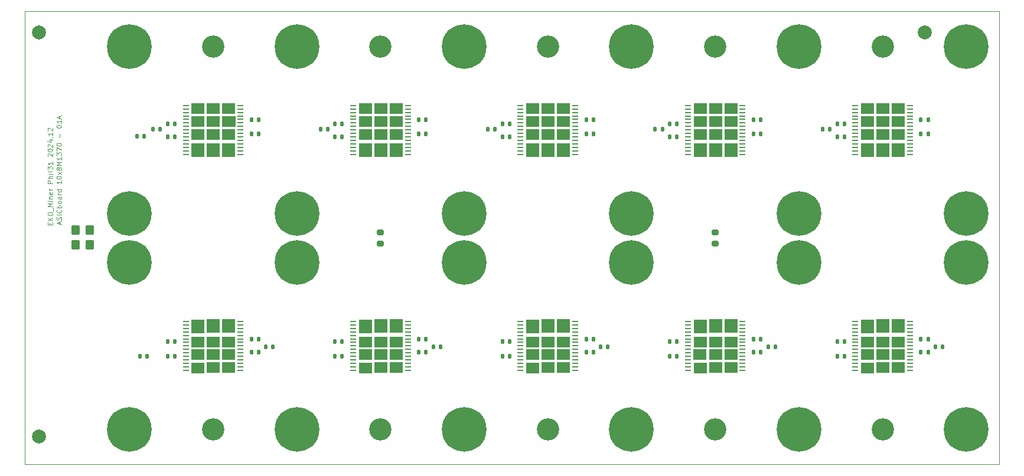
<source format=gbr>
%TF.GenerationSoftware,KiCad,Pcbnew,8.0.6*%
%TF.CreationDate,2024-12-11T18:08:37+01:00*%
%TF.ProjectId,AsicsBoard - 10xBM1370 - 01A,41736963-7342-46f6-9172-64202d203130,rev?*%
%TF.SameCoordinates,Original*%
%TF.FileFunction,Soldermask,Top*%
%TF.FilePolarity,Negative*%
%FSLAX46Y46*%
G04 Gerber Fmt 4.6, Leading zero omitted, Abs format (unit mm)*
G04 Created by KiCad (PCBNEW 8.0.6) date 2024-12-11 18:08:37*
%MOMM*%
%LPD*%
G01*
G04 APERTURE LIST*
G04 Aperture macros list*
%AMRoundRect*
0 Rectangle with rounded corners*
0 $1 Rounding radius*
0 $2 $3 $4 $5 $6 $7 $8 $9 X,Y pos of 4 corners*
0 Add a 4 corners polygon primitive as box body*
4,1,4,$2,$3,$4,$5,$6,$7,$8,$9,$2,$3,0*
0 Add four circle primitives for the rounded corners*
1,1,$1+$1,$2,$3*
1,1,$1+$1,$4,$5*
1,1,$1+$1,$6,$7*
1,1,$1+$1,$8,$9*
0 Add four rect primitives between the rounded corners*
20,1,$1+$1,$2,$3,$4,$5,0*
20,1,$1+$1,$4,$5,$6,$7,0*
20,1,$1+$1,$6,$7,$8,$9,0*
20,1,$1+$1,$8,$9,$2,$3,0*%
G04 Aperture macros list end*
%ADD10C,0.120000*%
%ADD11C,3.200000*%
%ADD12RoundRect,0.135000X-0.135000X-0.185000X0.135000X-0.185000X0.135000X0.185000X-0.135000X0.185000X0*%
%ADD13RoundRect,0.135000X0.135000X0.185000X-0.135000X0.185000X-0.135000X-0.185000X0.135000X-0.185000X0*%
%ADD14RoundRect,0.055250X0.340750X0.055250X-0.340750X0.055250X-0.340750X-0.055250X0.340750X-0.055250X0*%
%ADD15RoundRect,0.055250X-0.340750X-0.055250X0.340750X-0.055250X0.340750X0.055250X-0.340750X0.055250X0*%
%ADD16RoundRect,0.250000X0.350000X0.450000X-0.350000X0.450000X-0.350000X-0.450000X0.350000X-0.450000X0*%
%ADD17C,2.000000*%
%ADD18RoundRect,0.200000X0.275000X-0.200000X0.275000X0.200000X-0.275000X0.200000X-0.275000X-0.200000X0*%
%ADD19C,0.800000*%
%ADD20C,6.400000*%
%TA.AperFunction,Profile*%
%ADD21C,0.100000*%
%TD*%
G04 APERTURE END LIST*
D10*
X70042093Y-85497719D02*
X70042093Y-85164386D01*
X70242093Y-85564386D02*
X69542093Y-85331053D01*
X69542093Y-85331053D02*
X70242093Y-85097719D01*
X70208760Y-84897719D02*
X70242093Y-84797719D01*
X70242093Y-84797719D02*
X70242093Y-84631053D01*
X70242093Y-84631053D02*
X70208760Y-84564386D01*
X70208760Y-84564386D02*
X70175426Y-84531053D01*
X70175426Y-84531053D02*
X70108760Y-84497719D01*
X70108760Y-84497719D02*
X70042093Y-84497719D01*
X70042093Y-84497719D02*
X69975426Y-84531053D01*
X69975426Y-84531053D02*
X69942093Y-84564386D01*
X69942093Y-84564386D02*
X69908760Y-84631053D01*
X69908760Y-84631053D02*
X69875426Y-84764386D01*
X69875426Y-84764386D02*
X69842093Y-84831053D01*
X69842093Y-84831053D02*
X69808760Y-84864386D01*
X69808760Y-84864386D02*
X69742093Y-84897719D01*
X69742093Y-84897719D02*
X69675426Y-84897719D01*
X69675426Y-84897719D02*
X69608760Y-84864386D01*
X69608760Y-84864386D02*
X69575426Y-84831053D01*
X69575426Y-84831053D02*
X69542093Y-84764386D01*
X69542093Y-84764386D02*
X69542093Y-84597719D01*
X69542093Y-84597719D02*
X69575426Y-84497719D01*
X70242093Y-84197719D02*
X69542093Y-84197719D01*
X70175426Y-83464386D02*
X70208760Y-83497719D01*
X70208760Y-83497719D02*
X70242093Y-83597719D01*
X70242093Y-83597719D02*
X70242093Y-83664386D01*
X70242093Y-83664386D02*
X70208760Y-83764386D01*
X70208760Y-83764386D02*
X70142093Y-83831053D01*
X70142093Y-83831053D02*
X70075426Y-83864386D01*
X70075426Y-83864386D02*
X69942093Y-83897719D01*
X69942093Y-83897719D02*
X69842093Y-83897719D01*
X69842093Y-83897719D02*
X69708760Y-83864386D01*
X69708760Y-83864386D02*
X69642093Y-83831053D01*
X69642093Y-83831053D02*
X69575426Y-83764386D01*
X69575426Y-83764386D02*
X69542093Y-83664386D01*
X69542093Y-83664386D02*
X69542093Y-83597719D01*
X69542093Y-83597719D02*
X69575426Y-83497719D01*
X69575426Y-83497719D02*
X69608760Y-83464386D01*
X70242093Y-83164386D02*
X69542093Y-83164386D01*
X69808760Y-83164386D02*
X69775426Y-83097719D01*
X69775426Y-83097719D02*
X69775426Y-82964386D01*
X69775426Y-82964386D02*
X69808760Y-82897719D01*
X69808760Y-82897719D02*
X69842093Y-82864386D01*
X69842093Y-82864386D02*
X69908760Y-82831053D01*
X69908760Y-82831053D02*
X70108760Y-82831053D01*
X70108760Y-82831053D02*
X70175426Y-82864386D01*
X70175426Y-82864386D02*
X70208760Y-82897719D01*
X70208760Y-82897719D02*
X70242093Y-82964386D01*
X70242093Y-82964386D02*
X70242093Y-83097719D01*
X70242093Y-83097719D02*
X70208760Y-83164386D01*
X70242093Y-82431053D02*
X70208760Y-82497720D01*
X70208760Y-82497720D02*
X70175426Y-82531053D01*
X70175426Y-82531053D02*
X70108760Y-82564386D01*
X70108760Y-82564386D02*
X69908760Y-82564386D01*
X69908760Y-82564386D02*
X69842093Y-82531053D01*
X69842093Y-82531053D02*
X69808760Y-82497720D01*
X69808760Y-82497720D02*
X69775426Y-82431053D01*
X69775426Y-82431053D02*
X69775426Y-82331053D01*
X69775426Y-82331053D02*
X69808760Y-82264386D01*
X69808760Y-82264386D02*
X69842093Y-82231053D01*
X69842093Y-82231053D02*
X69908760Y-82197720D01*
X69908760Y-82197720D02*
X70108760Y-82197720D01*
X70108760Y-82197720D02*
X70175426Y-82231053D01*
X70175426Y-82231053D02*
X70208760Y-82264386D01*
X70208760Y-82264386D02*
X70242093Y-82331053D01*
X70242093Y-82331053D02*
X70242093Y-82431053D01*
X70242093Y-81597720D02*
X69875426Y-81597720D01*
X69875426Y-81597720D02*
X69808760Y-81631053D01*
X69808760Y-81631053D02*
X69775426Y-81697720D01*
X69775426Y-81697720D02*
X69775426Y-81831053D01*
X69775426Y-81831053D02*
X69808760Y-81897720D01*
X70208760Y-81597720D02*
X70242093Y-81664387D01*
X70242093Y-81664387D02*
X70242093Y-81831053D01*
X70242093Y-81831053D02*
X70208760Y-81897720D01*
X70208760Y-81897720D02*
X70142093Y-81931053D01*
X70142093Y-81931053D02*
X70075426Y-81931053D01*
X70075426Y-81931053D02*
X70008760Y-81897720D01*
X70008760Y-81897720D02*
X69975426Y-81831053D01*
X69975426Y-81831053D02*
X69975426Y-81664387D01*
X69975426Y-81664387D02*
X69942093Y-81597720D01*
X70242093Y-81264387D02*
X69775426Y-81264387D01*
X69908760Y-81264387D02*
X69842093Y-81231054D01*
X69842093Y-81231054D02*
X69808760Y-81197720D01*
X69808760Y-81197720D02*
X69775426Y-81131054D01*
X69775426Y-81131054D02*
X69775426Y-81064387D01*
X70242093Y-80531054D02*
X69542093Y-80531054D01*
X70208760Y-80531054D02*
X70242093Y-80597721D01*
X70242093Y-80597721D02*
X70242093Y-80731054D01*
X70242093Y-80731054D02*
X70208760Y-80797721D01*
X70208760Y-80797721D02*
X70175426Y-80831054D01*
X70175426Y-80831054D02*
X70108760Y-80864387D01*
X70108760Y-80864387D02*
X69908760Y-80864387D01*
X69908760Y-80864387D02*
X69842093Y-80831054D01*
X69842093Y-80831054D02*
X69808760Y-80797721D01*
X69808760Y-80797721D02*
X69775426Y-80731054D01*
X69775426Y-80731054D02*
X69775426Y-80597721D01*
X69775426Y-80597721D02*
X69808760Y-80531054D01*
X70242093Y-79297721D02*
X70242093Y-79697721D01*
X70242093Y-79497721D02*
X69542093Y-79497721D01*
X69542093Y-79497721D02*
X69642093Y-79564388D01*
X69642093Y-79564388D02*
X69708760Y-79631055D01*
X69708760Y-79631055D02*
X69742093Y-79697721D01*
X69542093Y-78864388D02*
X69542093Y-78797721D01*
X69542093Y-78797721D02*
X69575426Y-78731054D01*
X69575426Y-78731054D02*
X69608760Y-78697721D01*
X69608760Y-78697721D02*
X69675426Y-78664388D01*
X69675426Y-78664388D02*
X69808760Y-78631054D01*
X69808760Y-78631054D02*
X69975426Y-78631054D01*
X69975426Y-78631054D02*
X70108760Y-78664388D01*
X70108760Y-78664388D02*
X70175426Y-78697721D01*
X70175426Y-78697721D02*
X70208760Y-78731054D01*
X70208760Y-78731054D02*
X70242093Y-78797721D01*
X70242093Y-78797721D02*
X70242093Y-78864388D01*
X70242093Y-78864388D02*
X70208760Y-78931054D01*
X70208760Y-78931054D02*
X70175426Y-78964388D01*
X70175426Y-78964388D02*
X70108760Y-78997721D01*
X70108760Y-78997721D02*
X69975426Y-79031054D01*
X69975426Y-79031054D02*
X69808760Y-79031054D01*
X69808760Y-79031054D02*
X69675426Y-78997721D01*
X69675426Y-78997721D02*
X69608760Y-78964388D01*
X69608760Y-78964388D02*
X69575426Y-78931054D01*
X69575426Y-78931054D02*
X69542093Y-78864388D01*
X70242093Y-78397721D02*
X69775426Y-78031054D01*
X69775426Y-78397721D02*
X70242093Y-78031054D01*
X69875426Y-77531054D02*
X69908760Y-77431054D01*
X69908760Y-77431054D02*
X69942093Y-77397720D01*
X69942093Y-77397720D02*
X70008760Y-77364387D01*
X70008760Y-77364387D02*
X70108760Y-77364387D01*
X70108760Y-77364387D02*
X70175426Y-77397720D01*
X70175426Y-77397720D02*
X70208760Y-77431054D01*
X70208760Y-77431054D02*
X70242093Y-77497720D01*
X70242093Y-77497720D02*
X70242093Y-77764387D01*
X70242093Y-77764387D02*
X69542093Y-77764387D01*
X69542093Y-77764387D02*
X69542093Y-77531054D01*
X69542093Y-77531054D02*
X69575426Y-77464387D01*
X69575426Y-77464387D02*
X69608760Y-77431054D01*
X69608760Y-77431054D02*
X69675426Y-77397720D01*
X69675426Y-77397720D02*
X69742093Y-77397720D01*
X69742093Y-77397720D02*
X69808760Y-77431054D01*
X69808760Y-77431054D02*
X69842093Y-77464387D01*
X69842093Y-77464387D02*
X69875426Y-77531054D01*
X69875426Y-77531054D02*
X69875426Y-77764387D01*
X70242093Y-77064387D02*
X69542093Y-77064387D01*
X69542093Y-77064387D02*
X70042093Y-76831054D01*
X70042093Y-76831054D02*
X69542093Y-76597720D01*
X69542093Y-76597720D02*
X70242093Y-76597720D01*
X70242093Y-75897720D02*
X70242093Y-76297720D01*
X70242093Y-76097720D02*
X69542093Y-76097720D01*
X69542093Y-76097720D02*
X69642093Y-76164387D01*
X69642093Y-76164387D02*
X69708760Y-76231054D01*
X69708760Y-76231054D02*
X69742093Y-76297720D01*
X69542093Y-75664387D02*
X69542093Y-75231053D01*
X69542093Y-75231053D02*
X69808760Y-75464387D01*
X69808760Y-75464387D02*
X69808760Y-75364387D01*
X69808760Y-75364387D02*
X69842093Y-75297720D01*
X69842093Y-75297720D02*
X69875426Y-75264387D01*
X69875426Y-75264387D02*
X69942093Y-75231053D01*
X69942093Y-75231053D02*
X70108760Y-75231053D01*
X70108760Y-75231053D02*
X70175426Y-75264387D01*
X70175426Y-75264387D02*
X70208760Y-75297720D01*
X70208760Y-75297720D02*
X70242093Y-75364387D01*
X70242093Y-75364387D02*
X70242093Y-75564387D01*
X70242093Y-75564387D02*
X70208760Y-75631053D01*
X70208760Y-75631053D02*
X70175426Y-75664387D01*
X69542093Y-74997720D02*
X69542093Y-74531053D01*
X69542093Y-74531053D02*
X70242093Y-74831053D01*
X69542093Y-74131053D02*
X69542093Y-74064386D01*
X69542093Y-74064386D02*
X69575426Y-73997719D01*
X69575426Y-73997719D02*
X69608760Y-73964386D01*
X69608760Y-73964386D02*
X69675426Y-73931053D01*
X69675426Y-73931053D02*
X69808760Y-73897719D01*
X69808760Y-73897719D02*
X69975426Y-73897719D01*
X69975426Y-73897719D02*
X70108760Y-73931053D01*
X70108760Y-73931053D02*
X70175426Y-73964386D01*
X70175426Y-73964386D02*
X70208760Y-73997719D01*
X70208760Y-73997719D02*
X70242093Y-74064386D01*
X70242093Y-74064386D02*
X70242093Y-74131053D01*
X70242093Y-74131053D02*
X70208760Y-74197719D01*
X70208760Y-74197719D02*
X70175426Y-74231053D01*
X70175426Y-74231053D02*
X70108760Y-74264386D01*
X70108760Y-74264386D02*
X69975426Y-74297719D01*
X69975426Y-74297719D02*
X69808760Y-74297719D01*
X69808760Y-74297719D02*
X69675426Y-74264386D01*
X69675426Y-74264386D02*
X69608760Y-74231053D01*
X69608760Y-74231053D02*
X69575426Y-74197719D01*
X69575426Y-74197719D02*
X69542093Y-74131053D01*
X69975426Y-73064386D02*
X69975426Y-72531053D01*
X69542093Y-71531053D02*
X69542093Y-71464386D01*
X69542093Y-71464386D02*
X69575426Y-71397719D01*
X69575426Y-71397719D02*
X69608760Y-71364386D01*
X69608760Y-71364386D02*
X69675426Y-71331053D01*
X69675426Y-71331053D02*
X69808760Y-71297719D01*
X69808760Y-71297719D02*
X69975426Y-71297719D01*
X69975426Y-71297719D02*
X70108760Y-71331053D01*
X70108760Y-71331053D02*
X70175426Y-71364386D01*
X70175426Y-71364386D02*
X70208760Y-71397719D01*
X70208760Y-71397719D02*
X70242093Y-71464386D01*
X70242093Y-71464386D02*
X70242093Y-71531053D01*
X70242093Y-71531053D02*
X70208760Y-71597719D01*
X70208760Y-71597719D02*
X70175426Y-71631053D01*
X70175426Y-71631053D02*
X70108760Y-71664386D01*
X70108760Y-71664386D02*
X69975426Y-71697719D01*
X69975426Y-71697719D02*
X69808760Y-71697719D01*
X69808760Y-71697719D02*
X69675426Y-71664386D01*
X69675426Y-71664386D02*
X69608760Y-71631053D01*
X69608760Y-71631053D02*
X69575426Y-71597719D01*
X69575426Y-71597719D02*
X69542093Y-71531053D01*
X70242093Y-70631052D02*
X70242093Y-71031052D01*
X70242093Y-70831052D02*
X69542093Y-70831052D01*
X69542093Y-70831052D02*
X69642093Y-70897719D01*
X69642093Y-70897719D02*
X69708760Y-70964386D01*
X69708760Y-70964386D02*
X69742093Y-71031052D01*
X70042093Y-70364385D02*
X70042093Y-70031052D01*
X70242093Y-70431052D02*
X69542093Y-70197719D01*
X69542093Y-70197719D02*
X70242093Y-69964385D01*
X68605426Y-85591386D02*
X68605426Y-85358053D01*
X68972093Y-85258053D02*
X68972093Y-85591386D01*
X68972093Y-85591386D02*
X68272093Y-85591386D01*
X68272093Y-85591386D02*
X68272093Y-85258053D01*
X68972093Y-84958053D02*
X68272093Y-84958053D01*
X68972093Y-84558053D02*
X68572093Y-84858053D01*
X68272093Y-84558053D02*
X68672093Y-84958053D01*
X68272093Y-84124720D02*
X68272093Y-83991386D01*
X68272093Y-83991386D02*
X68305426Y-83924720D01*
X68305426Y-83924720D02*
X68372093Y-83858053D01*
X68372093Y-83858053D02*
X68505426Y-83824720D01*
X68505426Y-83824720D02*
X68738760Y-83824720D01*
X68738760Y-83824720D02*
X68872093Y-83858053D01*
X68872093Y-83858053D02*
X68938760Y-83924720D01*
X68938760Y-83924720D02*
X68972093Y-83991386D01*
X68972093Y-83991386D02*
X68972093Y-84124720D01*
X68972093Y-84124720D02*
X68938760Y-84191386D01*
X68938760Y-84191386D02*
X68872093Y-84258053D01*
X68872093Y-84258053D02*
X68738760Y-84291386D01*
X68738760Y-84291386D02*
X68505426Y-84291386D01*
X68505426Y-84291386D02*
X68372093Y-84258053D01*
X68372093Y-84258053D02*
X68305426Y-84191386D01*
X68305426Y-84191386D02*
X68272093Y-84124720D01*
X69038760Y-83691387D02*
X69038760Y-83158053D01*
X68972093Y-82991387D02*
X68272093Y-82991387D01*
X68272093Y-82991387D02*
X68772093Y-82758054D01*
X68772093Y-82758054D02*
X68272093Y-82524720D01*
X68272093Y-82524720D02*
X68972093Y-82524720D01*
X68972093Y-82191387D02*
X68505426Y-82191387D01*
X68272093Y-82191387D02*
X68305426Y-82224720D01*
X68305426Y-82224720D02*
X68338760Y-82191387D01*
X68338760Y-82191387D02*
X68305426Y-82158054D01*
X68305426Y-82158054D02*
X68272093Y-82191387D01*
X68272093Y-82191387D02*
X68338760Y-82191387D01*
X68505426Y-81858054D02*
X68972093Y-81858054D01*
X68572093Y-81858054D02*
X68538760Y-81824721D01*
X68538760Y-81824721D02*
X68505426Y-81758054D01*
X68505426Y-81758054D02*
X68505426Y-81658054D01*
X68505426Y-81658054D02*
X68538760Y-81591387D01*
X68538760Y-81591387D02*
X68605426Y-81558054D01*
X68605426Y-81558054D02*
X68972093Y-81558054D01*
X68938760Y-80958054D02*
X68972093Y-81024721D01*
X68972093Y-81024721D02*
X68972093Y-81158054D01*
X68972093Y-81158054D02*
X68938760Y-81224721D01*
X68938760Y-81224721D02*
X68872093Y-81258054D01*
X68872093Y-81258054D02*
X68605426Y-81258054D01*
X68605426Y-81258054D02*
X68538760Y-81224721D01*
X68538760Y-81224721D02*
X68505426Y-81158054D01*
X68505426Y-81158054D02*
X68505426Y-81024721D01*
X68505426Y-81024721D02*
X68538760Y-80958054D01*
X68538760Y-80958054D02*
X68605426Y-80924721D01*
X68605426Y-80924721D02*
X68672093Y-80924721D01*
X68672093Y-80924721D02*
X68738760Y-81258054D01*
X68972093Y-80624721D02*
X68505426Y-80624721D01*
X68638760Y-80624721D02*
X68572093Y-80591388D01*
X68572093Y-80591388D02*
X68538760Y-80558054D01*
X68538760Y-80558054D02*
X68505426Y-80491388D01*
X68505426Y-80491388D02*
X68505426Y-80424721D01*
X68972093Y-79658055D02*
X68272093Y-79658055D01*
X68272093Y-79658055D02*
X68272093Y-79391388D01*
X68272093Y-79391388D02*
X68305426Y-79324722D01*
X68305426Y-79324722D02*
X68338760Y-79291388D01*
X68338760Y-79291388D02*
X68405426Y-79258055D01*
X68405426Y-79258055D02*
X68505426Y-79258055D01*
X68505426Y-79258055D02*
X68572093Y-79291388D01*
X68572093Y-79291388D02*
X68605426Y-79324722D01*
X68605426Y-79324722D02*
X68638760Y-79391388D01*
X68638760Y-79391388D02*
X68638760Y-79658055D01*
X68972093Y-78958055D02*
X68272093Y-78958055D01*
X68972093Y-78658055D02*
X68605426Y-78658055D01*
X68605426Y-78658055D02*
X68538760Y-78691388D01*
X68538760Y-78691388D02*
X68505426Y-78758055D01*
X68505426Y-78758055D02*
X68505426Y-78858055D01*
X68505426Y-78858055D02*
X68538760Y-78924722D01*
X68538760Y-78924722D02*
X68572093Y-78958055D01*
X68972093Y-78324722D02*
X68505426Y-78324722D01*
X68272093Y-78324722D02*
X68305426Y-78358055D01*
X68305426Y-78358055D02*
X68338760Y-78324722D01*
X68338760Y-78324722D02*
X68305426Y-78291389D01*
X68305426Y-78291389D02*
X68272093Y-78324722D01*
X68272093Y-78324722D02*
X68338760Y-78324722D01*
X68972093Y-77891389D02*
X68938760Y-77958056D01*
X68938760Y-77958056D02*
X68872093Y-77991389D01*
X68872093Y-77991389D02*
X68272093Y-77991389D01*
X68272093Y-77691389D02*
X68272093Y-77258055D01*
X68272093Y-77258055D02*
X68538760Y-77491389D01*
X68538760Y-77491389D02*
X68538760Y-77391389D01*
X68538760Y-77391389D02*
X68572093Y-77324722D01*
X68572093Y-77324722D02*
X68605426Y-77291389D01*
X68605426Y-77291389D02*
X68672093Y-77258055D01*
X68672093Y-77258055D02*
X68838760Y-77258055D01*
X68838760Y-77258055D02*
X68905426Y-77291389D01*
X68905426Y-77291389D02*
X68938760Y-77324722D01*
X68938760Y-77324722D02*
X68972093Y-77391389D01*
X68972093Y-77391389D02*
X68972093Y-77591389D01*
X68972093Y-77591389D02*
X68938760Y-77658055D01*
X68938760Y-77658055D02*
X68905426Y-77691389D01*
X68972093Y-76591388D02*
X68972093Y-76991388D01*
X68972093Y-76791388D02*
X68272093Y-76791388D01*
X68272093Y-76791388D02*
X68372093Y-76858055D01*
X68372093Y-76858055D02*
X68438760Y-76924722D01*
X68438760Y-76924722D02*
X68472093Y-76991388D01*
X68338760Y-75791388D02*
X68305426Y-75758055D01*
X68305426Y-75758055D02*
X68272093Y-75691388D01*
X68272093Y-75691388D02*
X68272093Y-75524722D01*
X68272093Y-75524722D02*
X68305426Y-75458055D01*
X68305426Y-75458055D02*
X68338760Y-75424722D01*
X68338760Y-75424722D02*
X68405426Y-75391388D01*
X68405426Y-75391388D02*
X68472093Y-75391388D01*
X68472093Y-75391388D02*
X68572093Y-75424722D01*
X68572093Y-75424722D02*
X68972093Y-75824722D01*
X68972093Y-75824722D02*
X68972093Y-75391388D01*
X68272093Y-74958055D02*
X68272093Y-74891388D01*
X68272093Y-74891388D02*
X68305426Y-74824721D01*
X68305426Y-74824721D02*
X68338760Y-74791388D01*
X68338760Y-74791388D02*
X68405426Y-74758055D01*
X68405426Y-74758055D02*
X68538760Y-74724721D01*
X68538760Y-74724721D02*
X68705426Y-74724721D01*
X68705426Y-74724721D02*
X68838760Y-74758055D01*
X68838760Y-74758055D02*
X68905426Y-74791388D01*
X68905426Y-74791388D02*
X68938760Y-74824721D01*
X68938760Y-74824721D02*
X68972093Y-74891388D01*
X68972093Y-74891388D02*
X68972093Y-74958055D01*
X68972093Y-74958055D02*
X68938760Y-75024721D01*
X68938760Y-75024721D02*
X68905426Y-75058055D01*
X68905426Y-75058055D02*
X68838760Y-75091388D01*
X68838760Y-75091388D02*
X68705426Y-75124721D01*
X68705426Y-75124721D02*
X68538760Y-75124721D01*
X68538760Y-75124721D02*
X68405426Y-75091388D01*
X68405426Y-75091388D02*
X68338760Y-75058055D01*
X68338760Y-75058055D02*
X68305426Y-75024721D01*
X68305426Y-75024721D02*
X68272093Y-74958055D01*
X68338760Y-74458054D02*
X68305426Y-74424721D01*
X68305426Y-74424721D02*
X68272093Y-74358054D01*
X68272093Y-74358054D02*
X68272093Y-74191388D01*
X68272093Y-74191388D02*
X68305426Y-74124721D01*
X68305426Y-74124721D02*
X68338760Y-74091388D01*
X68338760Y-74091388D02*
X68405426Y-74058054D01*
X68405426Y-74058054D02*
X68472093Y-74058054D01*
X68472093Y-74058054D02*
X68572093Y-74091388D01*
X68572093Y-74091388D02*
X68972093Y-74491388D01*
X68972093Y-74491388D02*
X68972093Y-74058054D01*
X68505426Y-73458054D02*
X68972093Y-73458054D01*
X68238760Y-73624721D02*
X68738760Y-73791387D01*
X68738760Y-73791387D02*
X68738760Y-73358054D01*
X68905426Y-73091387D02*
X68938760Y-73058054D01*
X68938760Y-73058054D02*
X68972093Y-73091387D01*
X68972093Y-73091387D02*
X68938760Y-73124720D01*
X68938760Y-73124720D02*
X68905426Y-73091387D01*
X68905426Y-73091387D02*
X68972093Y-73091387D01*
X68972093Y-72391387D02*
X68972093Y-72791387D01*
X68972093Y-72591387D02*
X68272093Y-72591387D01*
X68272093Y-72591387D02*
X68372093Y-72658054D01*
X68372093Y-72658054D02*
X68438760Y-72724721D01*
X68438760Y-72724721D02*
X68472093Y-72791387D01*
X68338760Y-72124720D02*
X68305426Y-72091387D01*
X68305426Y-72091387D02*
X68272093Y-72024720D01*
X68272093Y-72024720D02*
X68272093Y-71858054D01*
X68272093Y-71858054D02*
X68305426Y-71791387D01*
X68305426Y-71791387D02*
X68338760Y-71758054D01*
X68338760Y-71758054D02*
X68405426Y-71724720D01*
X68405426Y-71724720D02*
X68472093Y-71724720D01*
X68472093Y-71724720D02*
X68572093Y-71758054D01*
X68572093Y-71758054D02*
X68972093Y-72158054D01*
X68972093Y-72158054D02*
X68972093Y-71724720D01*
%TO.C,U10*%
X184900000Y-68190000D02*
X186680000Y-68190000D01*
X186680000Y-69630000D01*
X184900000Y-69630000D01*
X184900000Y-68190000D01*
G36*
X184900000Y-68190000D02*
G01*
X186680000Y-68190000D01*
X186680000Y-69630000D01*
X184900000Y-69630000D01*
X184900000Y-68190000D01*
G37*
X184900000Y-71900000D02*
X186680000Y-71900000D01*
X186680000Y-73340000D01*
X184900000Y-73340000D01*
X184900000Y-71900000D01*
G36*
X184900000Y-71900000D02*
G01*
X186680000Y-71900000D01*
X186680000Y-73340000D01*
X184900000Y-73340000D01*
X184900000Y-71900000D01*
G37*
X184910000Y-70060000D02*
X186690000Y-70060000D01*
X186690000Y-71500000D01*
X184910000Y-71500000D01*
X184910000Y-70060000D01*
G36*
X184910000Y-70060000D02*
G01*
X186690000Y-70060000D01*
X186690000Y-71500000D01*
X184910000Y-71500000D01*
X184910000Y-70060000D01*
G37*
X184910000Y-73950000D02*
X186690000Y-73950000D01*
X186690000Y-75820000D01*
X184910000Y-75820000D01*
X184910000Y-73950000D01*
G36*
X184910000Y-73950000D02*
G01*
X186690000Y-73950000D01*
X186690000Y-75820000D01*
X184910000Y-75820000D01*
X184910000Y-73950000D01*
G37*
X187110000Y-68190000D02*
X188890000Y-68190000D01*
X188890000Y-69630000D01*
X187110000Y-69630000D01*
X187110000Y-68190000D01*
G36*
X187110000Y-68190000D02*
G01*
X188890000Y-68190000D01*
X188890000Y-69630000D01*
X187110000Y-69630000D01*
X187110000Y-68190000D01*
G37*
X187110000Y-71900000D02*
X188890000Y-71900000D01*
X188890000Y-73340000D01*
X187110000Y-73340000D01*
X187110000Y-71900000D01*
G36*
X187110000Y-71900000D02*
G01*
X188890000Y-71900000D01*
X188890000Y-73340000D01*
X187110000Y-73340000D01*
X187110000Y-71900000D01*
G37*
X187120000Y-70060000D02*
X188900000Y-70060000D01*
X188900000Y-71500000D01*
X187120000Y-71500000D01*
X187120000Y-70060000D01*
G36*
X187120000Y-70060000D02*
G01*
X188900000Y-70060000D01*
X188900000Y-71500000D01*
X187120000Y-71500000D01*
X187120000Y-70060000D01*
G37*
X187120000Y-73940000D02*
X188900000Y-73940000D01*
X188900000Y-75810000D01*
X187120000Y-75810000D01*
X187120000Y-73940000D01*
G36*
X187120000Y-73940000D02*
G01*
X188900000Y-73940000D01*
X188900000Y-75810000D01*
X187120000Y-75810000D01*
X187120000Y-73940000D01*
G37*
X189320000Y-68180000D02*
X191100000Y-68180000D01*
X191100000Y-69620000D01*
X189320000Y-69620000D01*
X189320000Y-68180000D01*
G36*
X189320000Y-68180000D02*
G01*
X191100000Y-68180000D01*
X191100000Y-69620000D01*
X189320000Y-69620000D01*
X189320000Y-68180000D01*
G37*
X189320000Y-71890000D02*
X191100000Y-71890000D01*
X191100000Y-73330000D01*
X189320000Y-73330000D01*
X189320000Y-71890000D01*
G36*
X189320000Y-71890000D02*
G01*
X191100000Y-71890000D01*
X191100000Y-73330000D01*
X189320000Y-73330000D01*
X189320000Y-71890000D01*
G37*
X189320000Y-73920000D02*
X191100000Y-73920000D01*
X191100000Y-75800000D01*
X189320000Y-75800000D01*
X189320000Y-73920000D01*
G36*
X189320000Y-73920000D02*
G01*
X191100000Y-73920000D01*
X191100000Y-75800000D01*
X189320000Y-75800000D01*
X189320000Y-73920000D01*
G37*
X189330000Y-70050000D02*
X191110000Y-70050000D01*
X191110000Y-71490000D01*
X189330000Y-71490000D01*
X189330000Y-70050000D01*
G36*
X189330000Y-70050000D02*
G01*
X191110000Y-70050000D01*
X191110000Y-71490000D01*
X189330000Y-71490000D01*
X189330000Y-70050000D01*
G37*
%TO.C,U12*%
X186670000Y-104950000D02*
X184890000Y-104950000D01*
X184890000Y-103510000D01*
X186670000Y-103510000D01*
X186670000Y-104950000D01*
G36*
X186670000Y-104950000D02*
G01*
X184890000Y-104950000D01*
X184890000Y-103510000D01*
X186670000Y-103510000D01*
X186670000Y-104950000D01*
G37*
X186680000Y-101080000D02*
X184900000Y-101080000D01*
X184900000Y-99200000D01*
X186680000Y-99200000D01*
X186680000Y-101080000D01*
G36*
X186680000Y-101080000D02*
G01*
X184900000Y-101080000D01*
X184900000Y-99200000D01*
X186680000Y-99200000D01*
X186680000Y-101080000D01*
G37*
X186680000Y-103110000D02*
X184900000Y-103110000D01*
X184900000Y-101670000D01*
X186680000Y-101670000D01*
X186680000Y-103110000D01*
G36*
X186680000Y-103110000D02*
G01*
X184900000Y-103110000D01*
X184900000Y-101670000D01*
X186680000Y-101670000D01*
X186680000Y-103110000D01*
G37*
X186680000Y-106820000D02*
X184900000Y-106820000D01*
X184900000Y-105380000D01*
X186680000Y-105380000D01*
X186680000Y-106820000D01*
G36*
X186680000Y-106820000D02*
G01*
X184900000Y-106820000D01*
X184900000Y-105380000D01*
X186680000Y-105380000D01*
X186680000Y-106820000D01*
G37*
X188880000Y-101060000D02*
X187100000Y-101060000D01*
X187100000Y-99190000D01*
X188880000Y-99190000D01*
X188880000Y-101060000D01*
G36*
X188880000Y-101060000D02*
G01*
X187100000Y-101060000D01*
X187100000Y-99190000D01*
X188880000Y-99190000D01*
X188880000Y-101060000D01*
G37*
X188880000Y-104940000D02*
X187100000Y-104940000D01*
X187100000Y-103500000D01*
X188880000Y-103500000D01*
X188880000Y-104940000D01*
G36*
X188880000Y-104940000D02*
G01*
X187100000Y-104940000D01*
X187100000Y-103500000D01*
X188880000Y-103500000D01*
X188880000Y-104940000D01*
G37*
X188890000Y-103100000D02*
X187110000Y-103100000D01*
X187110000Y-101660000D01*
X188890000Y-101660000D01*
X188890000Y-103100000D01*
G36*
X188890000Y-103100000D02*
G01*
X187110000Y-103100000D01*
X187110000Y-101660000D01*
X188890000Y-101660000D01*
X188890000Y-103100000D01*
G37*
X188890000Y-106810000D02*
X187110000Y-106810000D01*
X187110000Y-105370000D01*
X188890000Y-105370000D01*
X188890000Y-106810000D01*
G36*
X188890000Y-106810000D02*
G01*
X187110000Y-106810000D01*
X187110000Y-105370000D01*
X188890000Y-105370000D01*
X188890000Y-106810000D01*
G37*
X191090000Y-101050000D02*
X189310000Y-101050000D01*
X189310000Y-99180000D01*
X191090000Y-99180000D01*
X191090000Y-101050000D01*
G36*
X191090000Y-101050000D02*
G01*
X189310000Y-101050000D01*
X189310000Y-99180000D01*
X191090000Y-99180000D01*
X191090000Y-101050000D01*
G37*
X191090000Y-104940000D02*
X189310000Y-104940000D01*
X189310000Y-103500000D01*
X191090000Y-103500000D01*
X191090000Y-104940000D01*
G36*
X191090000Y-104940000D02*
G01*
X189310000Y-104940000D01*
X189310000Y-103500000D01*
X191090000Y-103500000D01*
X191090000Y-104940000D01*
G37*
X191100000Y-103100000D02*
X189320000Y-103100000D01*
X189320000Y-101660000D01*
X191100000Y-101660000D01*
X191100000Y-103100000D01*
G36*
X191100000Y-103100000D02*
G01*
X189320000Y-103100000D01*
X189320000Y-101660000D01*
X191100000Y-101660000D01*
X191100000Y-103100000D01*
G37*
X191100000Y-106810000D02*
X189320000Y-106810000D01*
X189320000Y-105370000D01*
X191100000Y-105370000D01*
X191100000Y-106810000D01*
G36*
X191100000Y-106810000D02*
G01*
X189320000Y-106810000D01*
X189320000Y-105370000D01*
X191100000Y-105370000D01*
X191100000Y-106810000D01*
G37*
%TO.C,U4*%
X114670000Y-104950000D02*
X112890000Y-104950000D01*
X112890000Y-103510000D01*
X114670000Y-103510000D01*
X114670000Y-104950000D01*
G36*
X114670000Y-104950000D02*
G01*
X112890000Y-104950000D01*
X112890000Y-103510000D01*
X114670000Y-103510000D01*
X114670000Y-104950000D01*
G37*
X114680000Y-101080000D02*
X112900000Y-101080000D01*
X112900000Y-99200000D01*
X114680000Y-99200000D01*
X114680000Y-101080000D01*
G36*
X114680000Y-101080000D02*
G01*
X112900000Y-101080000D01*
X112900000Y-99200000D01*
X114680000Y-99200000D01*
X114680000Y-101080000D01*
G37*
X114680000Y-103110000D02*
X112900000Y-103110000D01*
X112900000Y-101670000D01*
X114680000Y-101670000D01*
X114680000Y-103110000D01*
G36*
X114680000Y-103110000D02*
G01*
X112900000Y-103110000D01*
X112900000Y-101670000D01*
X114680000Y-101670000D01*
X114680000Y-103110000D01*
G37*
X114680000Y-106820000D02*
X112900000Y-106820000D01*
X112900000Y-105380000D01*
X114680000Y-105380000D01*
X114680000Y-106820000D01*
G36*
X114680000Y-106820000D02*
G01*
X112900000Y-106820000D01*
X112900000Y-105380000D01*
X114680000Y-105380000D01*
X114680000Y-106820000D01*
G37*
X116880000Y-101060000D02*
X115100000Y-101060000D01*
X115100000Y-99190000D01*
X116880000Y-99190000D01*
X116880000Y-101060000D01*
G36*
X116880000Y-101060000D02*
G01*
X115100000Y-101060000D01*
X115100000Y-99190000D01*
X116880000Y-99190000D01*
X116880000Y-101060000D01*
G37*
X116880000Y-104940000D02*
X115100000Y-104940000D01*
X115100000Y-103500000D01*
X116880000Y-103500000D01*
X116880000Y-104940000D01*
G36*
X116880000Y-104940000D02*
G01*
X115100000Y-104940000D01*
X115100000Y-103500000D01*
X116880000Y-103500000D01*
X116880000Y-104940000D01*
G37*
X116890000Y-103100000D02*
X115110000Y-103100000D01*
X115110000Y-101660000D01*
X116890000Y-101660000D01*
X116890000Y-103100000D01*
G36*
X116890000Y-103100000D02*
G01*
X115110000Y-103100000D01*
X115110000Y-101660000D01*
X116890000Y-101660000D01*
X116890000Y-103100000D01*
G37*
X116890000Y-106810000D02*
X115110000Y-106810000D01*
X115110000Y-105370000D01*
X116890000Y-105370000D01*
X116890000Y-106810000D01*
G36*
X116890000Y-106810000D02*
G01*
X115110000Y-106810000D01*
X115110000Y-105370000D01*
X116890000Y-105370000D01*
X116890000Y-106810000D01*
G37*
X119090000Y-101050000D02*
X117310000Y-101050000D01*
X117310000Y-99180000D01*
X119090000Y-99180000D01*
X119090000Y-101050000D01*
G36*
X119090000Y-101050000D02*
G01*
X117310000Y-101050000D01*
X117310000Y-99180000D01*
X119090000Y-99180000D01*
X119090000Y-101050000D01*
G37*
X119090000Y-104940000D02*
X117310000Y-104940000D01*
X117310000Y-103500000D01*
X119090000Y-103500000D01*
X119090000Y-104940000D01*
G36*
X119090000Y-104940000D02*
G01*
X117310000Y-104940000D01*
X117310000Y-103500000D01*
X119090000Y-103500000D01*
X119090000Y-104940000D01*
G37*
X119100000Y-103100000D02*
X117320000Y-103100000D01*
X117320000Y-101660000D01*
X119100000Y-101660000D01*
X119100000Y-103100000D01*
G36*
X119100000Y-103100000D02*
G01*
X117320000Y-103100000D01*
X117320000Y-101660000D01*
X119100000Y-101660000D01*
X119100000Y-103100000D01*
G37*
X119100000Y-106810000D02*
X117320000Y-106810000D01*
X117320000Y-105370000D01*
X119100000Y-105370000D01*
X119100000Y-106810000D01*
G36*
X119100000Y-106810000D02*
G01*
X117320000Y-106810000D01*
X117320000Y-105370000D01*
X119100000Y-105370000D01*
X119100000Y-106810000D01*
G37*
%TO.C,U8*%
X136900000Y-68190000D02*
X138680000Y-68190000D01*
X138680000Y-69630000D01*
X136900000Y-69630000D01*
X136900000Y-68190000D01*
G36*
X136900000Y-68190000D02*
G01*
X138680000Y-68190000D01*
X138680000Y-69630000D01*
X136900000Y-69630000D01*
X136900000Y-68190000D01*
G37*
X136900000Y-71900000D02*
X138680000Y-71900000D01*
X138680000Y-73340000D01*
X136900000Y-73340000D01*
X136900000Y-71900000D01*
G36*
X136900000Y-71900000D02*
G01*
X138680000Y-71900000D01*
X138680000Y-73340000D01*
X136900000Y-73340000D01*
X136900000Y-71900000D01*
G37*
X136910000Y-70060000D02*
X138690000Y-70060000D01*
X138690000Y-71500000D01*
X136910000Y-71500000D01*
X136910000Y-70060000D01*
G36*
X136910000Y-70060000D02*
G01*
X138690000Y-70060000D01*
X138690000Y-71500000D01*
X136910000Y-71500000D01*
X136910000Y-70060000D01*
G37*
X136910000Y-73950000D02*
X138690000Y-73950000D01*
X138690000Y-75820000D01*
X136910000Y-75820000D01*
X136910000Y-73950000D01*
G36*
X136910000Y-73950000D02*
G01*
X138690000Y-73950000D01*
X138690000Y-75820000D01*
X136910000Y-75820000D01*
X136910000Y-73950000D01*
G37*
X139110000Y-68190000D02*
X140890000Y-68190000D01*
X140890000Y-69630000D01*
X139110000Y-69630000D01*
X139110000Y-68190000D01*
G36*
X139110000Y-68190000D02*
G01*
X140890000Y-68190000D01*
X140890000Y-69630000D01*
X139110000Y-69630000D01*
X139110000Y-68190000D01*
G37*
X139110000Y-71900000D02*
X140890000Y-71900000D01*
X140890000Y-73340000D01*
X139110000Y-73340000D01*
X139110000Y-71900000D01*
G36*
X139110000Y-71900000D02*
G01*
X140890000Y-71900000D01*
X140890000Y-73340000D01*
X139110000Y-73340000D01*
X139110000Y-71900000D01*
G37*
X139120000Y-70060000D02*
X140900000Y-70060000D01*
X140900000Y-71500000D01*
X139120000Y-71500000D01*
X139120000Y-70060000D01*
G36*
X139120000Y-70060000D02*
G01*
X140900000Y-70060000D01*
X140900000Y-71500000D01*
X139120000Y-71500000D01*
X139120000Y-70060000D01*
G37*
X139120000Y-73940000D02*
X140900000Y-73940000D01*
X140900000Y-75810000D01*
X139120000Y-75810000D01*
X139120000Y-73940000D01*
G36*
X139120000Y-73940000D02*
G01*
X140900000Y-73940000D01*
X140900000Y-75810000D01*
X139120000Y-75810000D01*
X139120000Y-73940000D01*
G37*
X141320000Y-68180000D02*
X143100000Y-68180000D01*
X143100000Y-69620000D01*
X141320000Y-69620000D01*
X141320000Y-68180000D01*
G36*
X141320000Y-68180000D02*
G01*
X143100000Y-68180000D01*
X143100000Y-69620000D01*
X141320000Y-69620000D01*
X141320000Y-68180000D01*
G37*
X141320000Y-71890000D02*
X143100000Y-71890000D01*
X143100000Y-73330000D01*
X141320000Y-73330000D01*
X141320000Y-71890000D01*
G36*
X141320000Y-71890000D02*
G01*
X143100000Y-71890000D01*
X143100000Y-73330000D01*
X141320000Y-73330000D01*
X141320000Y-71890000D01*
G37*
X141320000Y-73920000D02*
X143100000Y-73920000D01*
X143100000Y-75800000D01*
X141320000Y-75800000D01*
X141320000Y-73920000D01*
G36*
X141320000Y-73920000D02*
G01*
X143100000Y-73920000D01*
X143100000Y-75800000D01*
X141320000Y-75800000D01*
X141320000Y-73920000D01*
G37*
X141330000Y-70050000D02*
X143110000Y-70050000D01*
X143110000Y-71490000D01*
X141330000Y-71490000D01*
X141330000Y-70050000D01*
G36*
X141330000Y-70050000D02*
G01*
X143110000Y-70050000D01*
X143110000Y-71490000D01*
X141330000Y-71490000D01*
X141330000Y-70050000D01*
G37*
%TO.C,U13*%
X88900000Y-68190000D02*
X90680000Y-68190000D01*
X90680000Y-69630000D01*
X88900000Y-69630000D01*
X88900000Y-68190000D01*
G36*
X88900000Y-68190000D02*
G01*
X90680000Y-68190000D01*
X90680000Y-69630000D01*
X88900000Y-69630000D01*
X88900000Y-68190000D01*
G37*
X88900000Y-71900000D02*
X90680000Y-71900000D01*
X90680000Y-73340000D01*
X88900000Y-73340000D01*
X88900000Y-71900000D01*
G36*
X88900000Y-71900000D02*
G01*
X90680000Y-71900000D01*
X90680000Y-73340000D01*
X88900000Y-73340000D01*
X88900000Y-71900000D01*
G37*
X88910000Y-70060000D02*
X90690000Y-70060000D01*
X90690000Y-71500000D01*
X88910000Y-71500000D01*
X88910000Y-70060000D01*
G36*
X88910000Y-70060000D02*
G01*
X90690000Y-70060000D01*
X90690000Y-71500000D01*
X88910000Y-71500000D01*
X88910000Y-70060000D01*
G37*
X88910000Y-73950000D02*
X90690000Y-73950000D01*
X90690000Y-75820000D01*
X88910000Y-75820000D01*
X88910000Y-73950000D01*
G36*
X88910000Y-73950000D02*
G01*
X90690000Y-73950000D01*
X90690000Y-75820000D01*
X88910000Y-75820000D01*
X88910000Y-73950000D01*
G37*
X91110000Y-68190000D02*
X92890000Y-68190000D01*
X92890000Y-69630000D01*
X91110000Y-69630000D01*
X91110000Y-68190000D01*
G36*
X91110000Y-68190000D02*
G01*
X92890000Y-68190000D01*
X92890000Y-69630000D01*
X91110000Y-69630000D01*
X91110000Y-68190000D01*
G37*
X91110000Y-71900000D02*
X92890000Y-71900000D01*
X92890000Y-73340000D01*
X91110000Y-73340000D01*
X91110000Y-71900000D01*
G36*
X91110000Y-71900000D02*
G01*
X92890000Y-71900000D01*
X92890000Y-73340000D01*
X91110000Y-73340000D01*
X91110000Y-71900000D01*
G37*
X91120000Y-70060000D02*
X92900000Y-70060000D01*
X92900000Y-71500000D01*
X91120000Y-71500000D01*
X91120000Y-70060000D01*
G36*
X91120000Y-70060000D02*
G01*
X92900000Y-70060000D01*
X92900000Y-71500000D01*
X91120000Y-71500000D01*
X91120000Y-70060000D01*
G37*
X91120000Y-73940000D02*
X92900000Y-73940000D01*
X92900000Y-75810000D01*
X91120000Y-75810000D01*
X91120000Y-73940000D01*
G36*
X91120000Y-73940000D02*
G01*
X92900000Y-73940000D01*
X92900000Y-75810000D01*
X91120000Y-75810000D01*
X91120000Y-73940000D01*
G37*
X93320000Y-68180000D02*
X95100000Y-68180000D01*
X95100000Y-69620000D01*
X93320000Y-69620000D01*
X93320000Y-68180000D01*
G36*
X93320000Y-68180000D02*
G01*
X95100000Y-68180000D01*
X95100000Y-69620000D01*
X93320000Y-69620000D01*
X93320000Y-68180000D01*
G37*
X93320000Y-71890000D02*
X95100000Y-71890000D01*
X95100000Y-73330000D01*
X93320000Y-73330000D01*
X93320000Y-71890000D01*
G36*
X93320000Y-71890000D02*
G01*
X95100000Y-71890000D01*
X95100000Y-73330000D01*
X93320000Y-73330000D01*
X93320000Y-71890000D01*
G37*
X93320000Y-73920000D02*
X95100000Y-73920000D01*
X95100000Y-75800000D01*
X93320000Y-75800000D01*
X93320000Y-73920000D01*
G36*
X93320000Y-73920000D02*
G01*
X95100000Y-73920000D01*
X95100000Y-75800000D01*
X93320000Y-75800000D01*
X93320000Y-73920000D01*
G37*
X93330000Y-70050000D02*
X95110000Y-70050000D01*
X95110000Y-71490000D01*
X93330000Y-71490000D01*
X93330000Y-70050000D01*
G36*
X93330000Y-70050000D02*
G01*
X95110000Y-70050000D01*
X95110000Y-71490000D01*
X93330000Y-71490000D01*
X93330000Y-70050000D01*
G37*
%TO.C,U9*%
X162670000Y-104950000D02*
X160890000Y-104950000D01*
X160890000Y-103510000D01*
X162670000Y-103510000D01*
X162670000Y-104950000D01*
G36*
X162670000Y-104950000D02*
G01*
X160890000Y-104950000D01*
X160890000Y-103510000D01*
X162670000Y-103510000D01*
X162670000Y-104950000D01*
G37*
X162680000Y-101080000D02*
X160900000Y-101080000D01*
X160900000Y-99200000D01*
X162680000Y-99200000D01*
X162680000Y-101080000D01*
G36*
X162680000Y-101080000D02*
G01*
X160900000Y-101080000D01*
X160900000Y-99200000D01*
X162680000Y-99200000D01*
X162680000Y-101080000D01*
G37*
X162680000Y-103110000D02*
X160900000Y-103110000D01*
X160900000Y-101670000D01*
X162680000Y-101670000D01*
X162680000Y-103110000D01*
G36*
X162680000Y-103110000D02*
G01*
X160900000Y-103110000D01*
X160900000Y-101670000D01*
X162680000Y-101670000D01*
X162680000Y-103110000D01*
G37*
X162680000Y-106820000D02*
X160900000Y-106820000D01*
X160900000Y-105380000D01*
X162680000Y-105380000D01*
X162680000Y-106820000D01*
G36*
X162680000Y-106820000D02*
G01*
X160900000Y-106820000D01*
X160900000Y-105380000D01*
X162680000Y-105380000D01*
X162680000Y-106820000D01*
G37*
X164880000Y-101060000D02*
X163100000Y-101060000D01*
X163100000Y-99190000D01*
X164880000Y-99190000D01*
X164880000Y-101060000D01*
G36*
X164880000Y-101060000D02*
G01*
X163100000Y-101060000D01*
X163100000Y-99190000D01*
X164880000Y-99190000D01*
X164880000Y-101060000D01*
G37*
X164880000Y-104940000D02*
X163100000Y-104940000D01*
X163100000Y-103500000D01*
X164880000Y-103500000D01*
X164880000Y-104940000D01*
G36*
X164880000Y-104940000D02*
G01*
X163100000Y-104940000D01*
X163100000Y-103500000D01*
X164880000Y-103500000D01*
X164880000Y-104940000D01*
G37*
X164890000Y-103100000D02*
X163110000Y-103100000D01*
X163110000Y-101660000D01*
X164890000Y-101660000D01*
X164890000Y-103100000D01*
G36*
X164890000Y-103100000D02*
G01*
X163110000Y-103100000D01*
X163110000Y-101660000D01*
X164890000Y-101660000D01*
X164890000Y-103100000D01*
G37*
X164890000Y-106810000D02*
X163110000Y-106810000D01*
X163110000Y-105370000D01*
X164890000Y-105370000D01*
X164890000Y-106810000D01*
G36*
X164890000Y-106810000D02*
G01*
X163110000Y-106810000D01*
X163110000Y-105370000D01*
X164890000Y-105370000D01*
X164890000Y-106810000D01*
G37*
X167090000Y-101050000D02*
X165310000Y-101050000D01*
X165310000Y-99180000D01*
X167090000Y-99180000D01*
X167090000Y-101050000D01*
G36*
X167090000Y-101050000D02*
G01*
X165310000Y-101050000D01*
X165310000Y-99180000D01*
X167090000Y-99180000D01*
X167090000Y-101050000D01*
G37*
X167090000Y-104940000D02*
X165310000Y-104940000D01*
X165310000Y-103500000D01*
X167090000Y-103500000D01*
X167090000Y-104940000D01*
G36*
X167090000Y-104940000D02*
G01*
X165310000Y-104940000D01*
X165310000Y-103500000D01*
X167090000Y-103500000D01*
X167090000Y-104940000D01*
G37*
X167100000Y-103100000D02*
X165320000Y-103100000D01*
X165320000Y-101660000D01*
X167100000Y-101660000D01*
X167100000Y-103100000D01*
G36*
X167100000Y-103100000D02*
G01*
X165320000Y-103100000D01*
X165320000Y-101660000D01*
X167100000Y-101660000D01*
X167100000Y-103100000D01*
G37*
X167100000Y-106810000D02*
X165320000Y-106810000D01*
X165320000Y-105370000D01*
X167100000Y-105370000D01*
X167100000Y-106810000D01*
G36*
X167100000Y-106810000D02*
G01*
X165320000Y-106810000D01*
X165320000Y-105370000D01*
X167100000Y-105370000D01*
X167100000Y-106810000D01*
G37*
%TO.C,U5*%
X90670000Y-104950000D02*
X88890000Y-104950000D01*
X88890000Y-103510000D01*
X90670000Y-103510000D01*
X90670000Y-104950000D01*
G36*
X90670000Y-104950000D02*
G01*
X88890000Y-104950000D01*
X88890000Y-103510000D01*
X90670000Y-103510000D01*
X90670000Y-104950000D01*
G37*
X90680000Y-101080000D02*
X88900000Y-101080000D01*
X88900000Y-99200000D01*
X90680000Y-99200000D01*
X90680000Y-101080000D01*
G36*
X90680000Y-101080000D02*
G01*
X88900000Y-101080000D01*
X88900000Y-99200000D01*
X90680000Y-99200000D01*
X90680000Y-101080000D01*
G37*
X90680000Y-103110000D02*
X88900000Y-103110000D01*
X88900000Y-101670000D01*
X90680000Y-101670000D01*
X90680000Y-103110000D01*
G36*
X90680000Y-103110000D02*
G01*
X88900000Y-103110000D01*
X88900000Y-101670000D01*
X90680000Y-101670000D01*
X90680000Y-103110000D01*
G37*
X90680000Y-106820000D02*
X88900000Y-106820000D01*
X88900000Y-105380000D01*
X90680000Y-105380000D01*
X90680000Y-106820000D01*
G36*
X90680000Y-106820000D02*
G01*
X88900000Y-106820000D01*
X88900000Y-105380000D01*
X90680000Y-105380000D01*
X90680000Y-106820000D01*
G37*
X92880000Y-101060000D02*
X91100000Y-101060000D01*
X91100000Y-99190000D01*
X92880000Y-99190000D01*
X92880000Y-101060000D01*
G36*
X92880000Y-101060000D02*
G01*
X91100000Y-101060000D01*
X91100000Y-99190000D01*
X92880000Y-99190000D01*
X92880000Y-101060000D01*
G37*
X92880000Y-104940000D02*
X91100000Y-104940000D01*
X91100000Y-103500000D01*
X92880000Y-103500000D01*
X92880000Y-104940000D01*
G36*
X92880000Y-104940000D02*
G01*
X91100000Y-104940000D01*
X91100000Y-103500000D01*
X92880000Y-103500000D01*
X92880000Y-104940000D01*
G37*
X92890000Y-103100000D02*
X91110000Y-103100000D01*
X91110000Y-101660000D01*
X92890000Y-101660000D01*
X92890000Y-103100000D01*
G36*
X92890000Y-103100000D02*
G01*
X91110000Y-103100000D01*
X91110000Y-101660000D01*
X92890000Y-101660000D01*
X92890000Y-103100000D01*
G37*
X92890000Y-106810000D02*
X91110000Y-106810000D01*
X91110000Y-105370000D01*
X92890000Y-105370000D01*
X92890000Y-106810000D01*
G36*
X92890000Y-106810000D02*
G01*
X91110000Y-106810000D01*
X91110000Y-105370000D01*
X92890000Y-105370000D01*
X92890000Y-106810000D01*
G37*
X95090000Y-101050000D02*
X93310000Y-101050000D01*
X93310000Y-99180000D01*
X95090000Y-99180000D01*
X95090000Y-101050000D01*
G36*
X95090000Y-101050000D02*
G01*
X93310000Y-101050000D01*
X93310000Y-99180000D01*
X95090000Y-99180000D01*
X95090000Y-101050000D01*
G37*
X95090000Y-104940000D02*
X93310000Y-104940000D01*
X93310000Y-103500000D01*
X95090000Y-103500000D01*
X95090000Y-104940000D01*
G36*
X95090000Y-104940000D02*
G01*
X93310000Y-104940000D01*
X93310000Y-103500000D01*
X95090000Y-103500000D01*
X95090000Y-104940000D01*
G37*
X95100000Y-103100000D02*
X93320000Y-103100000D01*
X93320000Y-101660000D01*
X95100000Y-101660000D01*
X95100000Y-103100000D01*
G36*
X95100000Y-103100000D02*
G01*
X93320000Y-103100000D01*
X93320000Y-101660000D01*
X95100000Y-101660000D01*
X95100000Y-103100000D01*
G37*
X95100000Y-106810000D02*
X93320000Y-106810000D01*
X93320000Y-105370000D01*
X95100000Y-105370000D01*
X95100000Y-106810000D01*
G36*
X95100000Y-106810000D02*
G01*
X93320000Y-106810000D01*
X93320000Y-105370000D01*
X95100000Y-105370000D01*
X95100000Y-106810000D01*
G37*
%TO.C,U11*%
X112900000Y-68190000D02*
X114680000Y-68190000D01*
X114680000Y-69630000D01*
X112900000Y-69630000D01*
X112900000Y-68190000D01*
G36*
X112900000Y-68190000D02*
G01*
X114680000Y-68190000D01*
X114680000Y-69630000D01*
X112900000Y-69630000D01*
X112900000Y-68190000D01*
G37*
X112900000Y-71900000D02*
X114680000Y-71900000D01*
X114680000Y-73340000D01*
X112900000Y-73340000D01*
X112900000Y-71900000D01*
G36*
X112900000Y-71900000D02*
G01*
X114680000Y-71900000D01*
X114680000Y-73340000D01*
X112900000Y-73340000D01*
X112900000Y-71900000D01*
G37*
X112910000Y-70060000D02*
X114690000Y-70060000D01*
X114690000Y-71500000D01*
X112910000Y-71500000D01*
X112910000Y-70060000D01*
G36*
X112910000Y-70060000D02*
G01*
X114690000Y-70060000D01*
X114690000Y-71500000D01*
X112910000Y-71500000D01*
X112910000Y-70060000D01*
G37*
X112910000Y-73950000D02*
X114690000Y-73950000D01*
X114690000Y-75820000D01*
X112910000Y-75820000D01*
X112910000Y-73950000D01*
G36*
X112910000Y-73950000D02*
G01*
X114690000Y-73950000D01*
X114690000Y-75820000D01*
X112910000Y-75820000D01*
X112910000Y-73950000D01*
G37*
X115110000Y-68190000D02*
X116890000Y-68190000D01*
X116890000Y-69630000D01*
X115110000Y-69630000D01*
X115110000Y-68190000D01*
G36*
X115110000Y-68190000D02*
G01*
X116890000Y-68190000D01*
X116890000Y-69630000D01*
X115110000Y-69630000D01*
X115110000Y-68190000D01*
G37*
X115110000Y-71900000D02*
X116890000Y-71900000D01*
X116890000Y-73340000D01*
X115110000Y-73340000D01*
X115110000Y-71900000D01*
G36*
X115110000Y-71900000D02*
G01*
X116890000Y-71900000D01*
X116890000Y-73340000D01*
X115110000Y-73340000D01*
X115110000Y-71900000D01*
G37*
X115120000Y-70060000D02*
X116900000Y-70060000D01*
X116900000Y-71500000D01*
X115120000Y-71500000D01*
X115120000Y-70060000D01*
G36*
X115120000Y-70060000D02*
G01*
X116900000Y-70060000D01*
X116900000Y-71500000D01*
X115120000Y-71500000D01*
X115120000Y-70060000D01*
G37*
X115120000Y-73940000D02*
X116900000Y-73940000D01*
X116900000Y-75810000D01*
X115120000Y-75810000D01*
X115120000Y-73940000D01*
G36*
X115120000Y-73940000D02*
G01*
X116900000Y-73940000D01*
X116900000Y-75810000D01*
X115120000Y-75810000D01*
X115120000Y-73940000D01*
G37*
X117320000Y-68180000D02*
X119100000Y-68180000D01*
X119100000Y-69620000D01*
X117320000Y-69620000D01*
X117320000Y-68180000D01*
G36*
X117320000Y-68180000D02*
G01*
X119100000Y-68180000D01*
X119100000Y-69620000D01*
X117320000Y-69620000D01*
X117320000Y-68180000D01*
G37*
X117320000Y-71890000D02*
X119100000Y-71890000D01*
X119100000Y-73330000D01*
X117320000Y-73330000D01*
X117320000Y-71890000D01*
G36*
X117320000Y-71890000D02*
G01*
X119100000Y-71890000D01*
X119100000Y-73330000D01*
X117320000Y-73330000D01*
X117320000Y-71890000D01*
G37*
X117320000Y-73920000D02*
X119100000Y-73920000D01*
X119100000Y-75800000D01*
X117320000Y-75800000D01*
X117320000Y-73920000D01*
G36*
X117320000Y-73920000D02*
G01*
X119100000Y-73920000D01*
X119100000Y-75800000D01*
X117320000Y-75800000D01*
X117320000Y-73920000D01*
G37*
X117330000Y-70050000D02*
X119110000Y-70050000D01*
X119110000Y-71490000D01*
X117330000Y-71490000D01*
X117330000Y-70050000D01*
G36*
X117330000Y-70050000D02*
G01*
X119110000Y-70050000D01*
X119110000Y-71490000D01*
X117330000Y-71490000D01*
X117330000Y-70050000D01*
G37*
%TO.C,U6*%
X160900000Y-68190000D02*
X162680000Y-68190000D01*
X162680000Y-69630000D01*
X160900000Y-69630000D01*
X160900000Y-68190000D01*
G36*
X160900000Y-68190000D02*
G01*
X162680000Y-68190000D01*
X162680000Y-69630000D01*
X160900000Y-69630000D01*
X160900000Y-68190000D01*
G37*
X160900000Y-71900000D02*
X162680000Y-71900000D01*
X162680000Y-73340000D01*
X160900000Y-73340000D01*
X160900000Y-71900000D01*
G36*
X160900000Y-71900000D02*
G01*
X162680000Y-71900000D01*
X162680000Y-73340000D01*
X160900000Y-73340000D01*
X160900000Y-71900000D01*
G37*
X160910000Y-70060000D02*
X162690000Y-70060000D01*
X162690000Y-71500000D01*
X160910000Y-71500000D01*
X160910000Y-70060000D01*
G36*
X160910000Y-70060000D02*
G01*
X162690000Y-70060000D01*
X162690000Y-71500000D01*
X160910000Y-71500000D01*
X160910000Y-70060000D01*
G37*
X160910000Y-73950000D02*
X162690000Y-73950000D01*
X162690000Y-75820000D01*
X160910000Y-75820000D01*
X160910000Y-73950000D01*
G36*
X160910000Y-73950000D02*
G01*
X162690000Y-73950000D01*
X162690000Y-75820000D01*
X160910000Y-75820000D01*
X160910000Y-73950000D01*
G37*
X163110000Y-68190000D02*
X164890000Y-68190000D01*
X164890000Y-69630000D01*
X163110000Y-69630000D01*
X163110000Y-68190000D01*
G36*
X163110000Y-68190000D02*
G01*
X164890000Y-68190000D01*
X164890000Y-69630000D01*
X163110000Y-69630000D01*
X163110000Y-68190000D01*
G37*
X163110000Y-71900000D02*
X164890000Y-71900000D01*
X164890000Y-73340000D01*
X163110000Y-73340000D01*
X163110000Y-71900000D01*
G36*
X163110000Y-71900000D02*
G01*
X164890000Y-71900000D01*
X164890000Y-73340000D01*
X163110000Y-73340000D01*
X163110000Y-71900000D01*
G37*
X163120000Y-70060000D02*
X164900000Y-70060000D01*
X164900000Y-71500000D01*
X163120000Y-71500000D01*
X163120000Y-70060000D01*
G36*
X163120000Y-70060000D02*
G01*
X164900000Y-70060000D01*
X164900000Y-71500000D01*
X163120000Y-71500000D01*
X163120000Y-70060000D01*
G37*
X163120000Y-73940000D02*
X164900000Y-73940000D01*
X164900000Y-75810000D01*
X163120000Y-75810000D01*
X163120000Y-73940000D01*
G36*
X163120000Y-73940000D02*
G01*
X164900000Y-73940000D01*
X164900000Y-75810000D01*
X163120000Y-75810000D01*
X163120000Y-73940000D01*
G37*
X165320000Y-68180000D02*
X167100000Y-68180000D01*
X167100000Y-69620000D01*
X165320000Y-69620000D01*
X165320000Y-68180000D01*
G36*
X165320000Y-68180000D02*
G01*
X167100000Y-68180000D01*
X167100000Y-69620000D01*
X165320000Y-69620000D01*
X165320000Y-68180000D01*
G37*
X165320000Y-71890000D02*
X167100000Y-71890000D01*
X167100000Y-73330000D01*
X165320000Y-73330000D01*
X165320000Y-71890000D01*
G36*
X165320000Y-71890000D02*
G01*
X167100000Y-71890000D01*
X167100000Y-73330000D01*
X165320000Y-73330000D01*
X165320000Y-71890000D01*
G37*
X165320000Y-73920000D02*
X167100000Y-73920000D01*
X167100000Y-75800000D01*
X165320000Y-75800000D01*
X165320000Y-73920000D01*
G36*
X165320000Y-73920000D02*
G01*
X167100000Y-73920000D01*
X167100000Y-75800000D01*
X165320000Y-75800000D01*
X165320000Y-73920000D01*
G37*
X165330000Y-70050000D02*
X167110000Y-70050000D01*
X167110000Y-71490000D01*
X165330000Y-71490000D01*
X165330000Y-70050000D01*
G36*
X165330000Y-70050000D02*
G01*
X167110000Y-70050000D01*
X167110000Y-71490000D01*
X165330000Y-71490000D01*
X165330000Y-70050000D01*
G37*
%TO.C,U7*%
X138670000Y-104950000D02*
X136890000Y-104950000D01*
X136890000Y-103510000D01*
X138670000Y-103510000D01*
X138670000Y-104950000D01*
G36*
X138670000Y-104950000D02*
G01*
X136890000Y-104950000D01*
X136890000Y-103510000D01*
X138670000Y-103510000D01*
X138670000Y-104950000D01*
G37*
X138680000Y-101080000D02*
X136900000Y-101080000D01*
X136900000Y-99200000D01*
X138680000Y-99200000D01*
X138680000Y-101080000D01*
G36*
X138680000Y-101080000D02*
G01*
X136900000Y-101080000D01*
X136900000Y-99200000D01*
X138680000Y-99200000D01*
X138680000Y-101080000D01*
G37*
X138680000Y-103110000D02*
X136900000Y-103110000D01*
X136900000Y-101670000D01*
X138680000Y-101670000D01*
X138680000Y-103110000D01*
G36*
X138680000Y-103110000D02*
G01*
X136900000Y-103110000D01*
X136900000Y-101670000D01*
X138680000Y-101670000D01*
X138680000Y-103110000D01*
G37*
X138680000Y-106820000D02*
X136900000Y-106820000D01*
X136900000Y-105380000D01*
X138680000Y-105380000D01*
X138680000Y-106820000D01*
G36*
X138680000Y-106820000D02*
G01*
X136900000Y-106820000D01*
X136900000Y-105380000D01*
X138680000Y-105380000D01*
X138680000Y-106820000D01*
G37*
X140880000Y-101060000D02*
X139100000Y-101060000D01*
X139100000Y-99190000D01*
X140880000Y-99190000D01*
X140880000Y-101060000D01*
G36*
X140880000Y-101060000D02*
G01*
X139100000Y-101060000D01*
X139100000Y-99190000D01*
X140880000Y-99190000D01*
X140880000Y-101060000D01*
G37*
X140880000Y-104940000D02*
X139100000Y-104940000D01*
X139100000Y-103500000D01*
X140880000Y-103500000D01*
X140880000Y-104940000D01*
G36*
X140880000Y-104940000D02*
G01*
X139100000Y-104940000D01*
X139100000Y-103500000D01*
X140880000Y-103500000D01*
X140880000Y-104940000D01*
G37*
X140890000Y-103100000D02*
X139110000Y-103100000D01*
X139110000Y-101660000D01*
X140890000Y-101660000D01*
X140890000Y-103100000D01*
G36*
X140890000Y-103100000D02*
G01*
X139110000Y-103100000D01*
X139110000Y-101660000D01*
X140890000Y-101660000D01*
X140890000Y-103100000D01*
G37*
X140890000Y-106810000D02*
X139110000Y-106810000D01*
X139110000Y-105370000D01*
X140890000Y-105370000D01*
X140890000Y-106810000D01*
G36*
X140890000Y-106810000D02*
G01*
X139110000Y-106810000D01*
X139110000Y-105370000D01*
X140890000Y-105370000D01*
X140890000Y-106810000D01*
G37*
X143090000Y-101050000D02*
X141310000Y-101050000D01*
X141310000Y-99180000D01*
X143090000Y-99180000D01*
X143090000Y-101050000D01*
G36*
X143090000Y-101050000D02*
G01*
X141310000Y-101050000D01*
X141310000Y-99180000D01*
X143090000Y-99180000D01*
X143090000Y-101050000D01*
G37*
X143090000Y-104940000D02*
X141310000Y-104940000D01*
X141310000Y-103500000D01*
X143090000Y-103500000D01*
X143090000Y-104940000D01*
G36*
X143090000Y-104940000D02*
G01*
X141310000Y-104940000D01*
X141310000Y-103500000D01*
X143090000Y-103500000D01*
X143090000Y-104940000D01*
G37*
X143100000Y-103100000D02*
X141320000Y-103100000D01*
X141320000Y-101660000D01*
X143100000Y-101660000D01*
X143100000Y-103100000D01*
G36*
X143100000Y-103100000D02*
G01*
X141320000Y-103100000D01*
X141320000Y-101660000D01*
X143100000Y-101660000D01*
X143100000Y-103100000D01*
G37*
X143100000Y-106810000D02*
X141320000Y-106810000D01*
X141320000Y-105370000D01*
X143100000Y-105370000D01*
X143100000Y-106810000D01*
G36*
X143100000Y-106810000D02*
G01*
X141320000Y-106810000D01*
X141320000Y-105370000D01*
X143100000Y-105370000D01*
X143100000Y-106810000D01*
G37*
%TD*%
D11*
%TO.C,H6*%
X92000000Y-115000000D03*
%TD*%
D12*
%TO.C,R29*%
X81508000Y-104506000D03*
X82528000Y-104506000D03*
%TD*%
%TO.C,R45*%
X193490000Y-102000000D03*
X194510000Y-102000000D03*
%TD*%
D13*
%TO.C,R40*%
X110510000Y-72999999D03*
X109490000Y-72999999D03*
%TD*%
D14*
%TO.C,U10*%
X191916000Y-75514000D03*
X191916000Y-75012000D03*
X191916000Y-74510000D03*
X191916000Y-74008000D03*
X191916000Y-73506000D03*
X191916000Y-73004000D03*
X191916000Y-72502000D03*
X191916000Y-72000000D03*
X191916000Y-71498000D03*
X191916000Y-70996000D03*
X191916000Y-70494000D03*
X191916000Y-69992000D03*
X191916000Y-69490000D03*
X191916000Y-68988000D03*
X191916000Y-68486000D03*
X184084000Y-68486000D03*
X184084000Y-68988000D03*
X184084000Y-69490000D03*
X184084000Y-69992000D03*
X184084000Y-70494000D03*
X184084000Y-70996000D03*
X184084000Y-71498000D03*
X184084000Y-72000000D03*
X184084000Y-72502000D03*
X184084000Y-73004000D03*
X184084000Y-73506000D03*
X184084000Y-74008000D03*
X184084000Y-74510000D03*
X184084000Y-75012000D03*
X184084000Y-75514000D03*
%TD*%
D12*
%TO.C,R44*%
X121490000Y-70500001D03*
X122510000Y-70500001D03*
%TD*%
D13*
%TO.C,R49*%
X182510000Y-104500000D03*
X181490000Y-104500000D03*
%TD*%
D15*
%TO.C,U12*%
X184084000Y-99486000D03*
X184084000Y-99988000D03*
X184084000Y-100490000D03*
X184084000Y-100992000D03*
X184084000Y-101494000D03*
X184084000Y-101996000D03*
X184084000Y-102498000D03*
X184084000Y-103000000D03*
X184084000Y-103502000D03*
X184084000Y-104004000D03*
X184084000Y-104506000D03*
X184084000Y-105008000D03*
X184084000Y-105510000D03*
X184084000Y-106012000D03*
X184084000Y-106514000D03*
X191916000Y-106514000D03*
X191916000Y-106012000D03*
X191916000Y-105510000D03*
X191916000Y-105008000D03*
X191916000Y-104506000D03*
X191916000Y-104004000D03*
X191916000Y-103502000D03*
X191916000Y-103000000D03*
X191916000Y-102498000D03*
X191916000Y-101996000D03*
X191916000Y-101494000D03*
X191916000Y-100992000D03*
X191916000Y-100490000D03*
X191916000Y-99988000D03*
X191916000Y-99486000D03*
%TD*%
%TO.C,U4*%
X112084000Y-99486000D03*
X112084000Y-99988000D03*
X112084000Y-100490000D03*
X112084000Y-100992000D03*
X112084000Y-101494000D03*
X112084000Y-101996000D03*
X112084000Y-102498000D03*
X112084000Y-103000000D03*
X112084000Y-103502000D03*
X112084000Y-104004000D03*
X112084000Y-104506000D03*
X112084000Y-105008000D03*
X112084000Y-105510000D03*
X112084000Y-106012000D03*
X112084000Y-106514000D03*
X119916000Y-106514000D03*
X119916000Y-106012000D03*
X119916000Y-105510000D03*
X119916000Y-105008000D03*
X119916000Y-104506000D03*
X119916000Y-104004000D03*
X119916000Y-103502000D03*
X119916000Y-103000000D03*
X119916000Y-102498000D03*
X119916000Y-101996000D03*
X119916000Y-101494000D03*
X119916000Y-100992000D03*
X119916000Y-100490000D03*
X119916000Y-99988000D03*
X119916000Y-99486000D03*
%TD*%
D16*
%TO.C,R1*%
X74300000Y-86400000D03*
X72300000Y-86400000D03*
%TD*%
D11*
%TO.C,H3*%
X188000000Y-60000000D03*
%TD*%
D12*
%TO.C,R21*%
X145490000Y-103900000D03*
X146510000Y-103900000D03*
%TD*%
D13*
%TO.C,R19*%
X134510000Y-102400000D03*
X133490000Y-102400000D03*
%TD*%
D12*
%TO.C,R20*%
X147590000Y-103100000D03*
X148610000Y-103100000D03*
%TD*%
D13*
%TO.C,R38*%
X182510000Y-71100000D03*
X181490000Y-71100000D03*
%TD*%
D12*
%TO.C,R36*%
X193490000Y-72600000D03*
X194510000Y-72600000D03*
%TD*%
D11*
%TO.C,H7*%
X116000000Y-60000000D03*
%TD*%
D12*
%TO.C,R8*%
X97490000Y-102000000D03*
X98510000Y-102000000D03*
%TD*%
%TO.C,R54*%
X97490000Y-70500001D03*
X98510000Y-70500001D03*
%TD*%
D17*
%TO.C,FID3*%
X194000000Y-58000000D03*
%TD*%
D14*
%TO.C,U8*%
X143916000Y-75514000D03*
X143916000Y-75012000D03*
X143916000Y-74510000D03*
X143916000Y-74008000D03*
X143916000Y-73506000D03*
X143916000Y-73004000D03*
X143916000Y-72502000D03*
X143916000Y-72000000D03*
X143916000Y-71498000D03*
X143916000Y-70996000D03*
X143916000Y-70494000D03*
X143916000Y-69992000D03*
X143916000Y-69490000D03*
X143916000Y-68988000D03*
X143916000Y-68486000D03*
X136084000Y-68486000D03*
X136084000Y-68988000D03*
X136084000Y-69490000D03*
X136084000Y-69992000D03*
X136084000Y-70494000D03*
X136084000Y-70996000D03*
X136084000Y-71498000D03*
X136084000Y-72000000D03*
X136084000Y-72502000D03*
X136084000Y-73004000D03*
X136084000Y-73506000D03*
X136084000Y-74008000D03*
X136084000Y-74510000D03*
X136084000Y-75012000D03*
X136084000Y-75514000D03*
%TD*%
D13*
%TO.C,R16*%
X158510000Y-71100000D03*
X157490000Y-71100000D03*
%TD*%
D12*
%TO.C,R11*%
X97490000Y-103900000D03*
X98510000Y-103900000D03*
%TD*%
D11*
%TO.C,H9*%
X116000000Y-115000000D03*
%TD*%
D18*
%TO.C,TH2*%
X164000000Y-88325000D03*
X164000000Y-86675000D03*
%TD*%
D14*
%TO.C,U13*%
X95916000Y-75514000D03*
X95916000Y-75012000D03*
X95916000Y-74510000D03*
X95916000Y-74008000D03*
X95916000Y-73506000D03*
X95916000Y-73004000D03*
X95916000Y-72502000D03*
X95916000Y-72000000D03*
X95916000Y-71498000D03*
X95916000Y-70996000D03*
X95916000Y-70494000D03*
X95916000Y-69992000D03*
X95916000Y-69490000D03*
X95916000Y-68988000D03*
X95916000Y-68486000D03*
X88084000Y-68486000D03*
X88084000Y-68988000D03*
X88084000Y-69490000D03*
X88084000Y-69992000D03*
X88084000Y-70494000D03*
X88084000Y-70996000D03*
X88084000Y-71498000D03*
X88084000Y-72000000D03*
X88084000Y-72502000D03*
X88084000Y-73004000D03*
X88084000Y-73506000D03*
X88084000Y-74008000D03*
X88084000Y-74510000D03*
X88084000Y-75012000D03*
X88084000Y-75514000D03*
%TD*%
D12*
%TO.C,R47*%
X195590000Y-103100000D03*
X196610000Y-103100000D03*
%TD*%
D11*
%TO.C,H5*%
X140000000Y-115000000D03*
%TD*%
D12*
%TO.C,R18*%
X145490000Y-102000000D03*
X146510000Y-102000000D03*
%TD*%
D11*
%TO.C,H10*%
X164000000Y-115000000D03*
%TD*%
D16*
%TO.C,R2*%
X74300000Y-88500000D03*
X72300000Y-88500000D03*
%TD*%
D12*
%TO.C,R27*%
X145490000Y-70500001D03*
X146510000Y-70500001D03*
%TD*%
%TO.C,R33*%
X169490000Y-103900000D03*
X170510000Y-103900000D03*
%TD*%
D17*
%TO.C,FID2*%
X67000000Y-116000000D03*
%TD*%
D13*
%TO.C,R4*%
X110510000Y-102400000D03*
X109490000Y-102400000D03*
%TD*%
D12*
%TO.C,R41*%
X121490000Y-72600000D03*
X122510000Y-72600000D03*
%TD*%
%TO.C,R51*%
X97490000Y-72600000D03*
X98510000Y-72600000D03*
%TD*%
D13*
%TO.C,R12*%
X86510000Y-104500000D03*
X85490000Y-104500000D03*
%TD*%
%TO.C,R15*%
X156410000Y-71900000D03*
X155390000Y-71900000D03*
%TD*%
D15*
%TO.C,U9*%
X160084000Y-99486000D03*
X160084000Y-99988000D03*
X160084000Y-100490000D03*
X160084000Y-100992000D03*
X160084000Y-101494000D03*
X160084000Y-101996000D03*
X160084000Y-102498000D03*
X160084000Y-103000000D03*
X160084000Y-103502000D03*
X160084000Y-104004000D03*
X160084000Y-104506000D03*
X160084000Y-105008000D03*
X160084000Y-105510000D03*
X160084000Y-106012000D03*
X160084000Y-106514000D03*
X167916000Y-106514000D03*
X167916000Y-106012000D03*
X167916000Y-105510000D03*
X167916000Y-105008000D03*
X167916000Y-104506000D03*
X167916000Y-104004000D03*
X167916000Y-103502000D03*
X167916000Y-103000000D03*
X167916000Y-102498000D03*
X167916000Y-101996000D03*
X167916000Y-101494000D03*
X167916000Y-100992000D03*
X167916000Y-100490000D03*
X167916000Y-99988000D03*
X167916000Y-99486000D03*
%TD*%
D12*
%TO.C,R6*%
X121490000Y-103900000D03*
X122510000Y-103900000D03*
%TD*%
D15*
%TO.C,U5*%
X88084000Y-99486000D03*
X88084000Y-99988000D03*
X88084000Y-100490000D03*
X88084000Y-100992000D03*
X88084000Y-101494000D03*
X88084000Y-101996000D03*
X88084000Y-102498000D03*
X88084000Y-103000000D03*
X88084000Y-103502000D03*
X88084000Y-104004000D03*
X88084000Y-104506000D03*
X88084000Y-105008000D03*
X88084000Y-105510000D03*
X88084000Y-106012000D03*
X88084000Y-106514000D03*
X95916000Y-106514000D03*
X95916000Y-106012000D03*
X95916000Y-105510000D03*
X95916000Y-105008000D03*
X95916000Y-104506000D03*
X95916000Y-104004000D03*
X95916000Y-103502000D03*
X95916000Y-103000000D03*
X95916000Y-102498000D03*
X95916000Y-101996000D03*
X95916000Y-101494000D03*
X95916000Y-100992000D03*
X95916000Y-100490000D03*
X95916000Y-99988000D03*
X95916000Y-99486000D03*
%TD*%
D13*
%TO.C,R7*%
X110510000Y-104500000D03*
X109490000Y-104500000D03*
%TD*%
D12*
%TO.C,R48*%
X193490000Y-103900000D03*
X194510000Y-103900000D03*
%TD*%
%TO.C,R3*%
X121490000Y-102000000D03*
X122510000Y-102000000D03*
%TD*%
%TO.C,R32*%
X171590000Y-103100000D03*
X172610000Y-103100000D03*
%TD*%
D13*
%TO.C,R50*%
X86510000Y-72999999D03*
X85490000Y-72999999D03*
%TD*%
D12*
%TO.C,R39*%
X193490000Y-70500001D03*
X194510000Y-70500001D03*
%TD*%
D11*
%TO.C,H4*%
X188000000Y-115000000D03*
%TD*%
D13*
%TO.C,R37*%
X180410000Y-71900000D03*
X179390000Y-71900000D03*
%TD*%
%TO.C,R53*%
X86510000Y-71100000D03*
X85490000Y-71100000D03*
%TD*%
D14*
%TO.C,U11*%
X119916000Y-75514000D03*
X119916000Y-75012000D03*
X119916000Y-74510000D03*
X119916000Y-74008000D03*
X119916000Y-73506000D03*
X119916000Y-73004000D03*
X119916000Y-72502000D03*
X119916000Y-72000000D03*
X119916000Y-71498000D03*
X119916000Y-70996000D03*
X119916000Y-70494000D03*
X119916000Y-69992000D03*
X119916000Y-69490000D03*
X119916000Y-68988000D03*
X119916000Y-68486000D03*
X112084000Y-68486000D03*
X112084000Y-68988000D03*
X112084000Y-69490000D03*
X112084000Y-69992000D03*
X112084000Y-70494000D03*
X112084000Y-70996000D03*
X112084000Y-71498000D03*
X112084000Y-72000000D03*
X112084000Y-72502000D03*
X112084000Y-73004000D03*
X112084000Y-73506000D03*
X112084000Y-74008000D03*
X112084000Y-74510000D03*
X112084000Y-75012000D03*
X112084000Y-75514000D03*
%TD*%
D13*
%TO.C,R43*%
X110510000Y-71100000D03*
X109490000Y-71100000D03*
%TD*%
D12*
%TO.C,R10*%
X99590000Y-103100000D03*
X100610000Y-103100000D03*
%TD*%
D14*
%TO.C,U6*%
X167916000Y-75514000D03*
X167916000Y-75012000D03*
X167916000Y-74510000D03*
X167916000Y-74008000D03*
X167916000Y-73506000D03*
X167916000Y-73004000D03*
X167916000Y-72502000D03*
X167916000Y-72000000D03*
X167916000Y-71498000D03*
X167916000Y-70996000D03*
X167916000Y-70494000D03*
X167916000Y-69992000D03*
X167916000Y-69490000D03*
X167916000Y-68988000D03*
X167916000Y-68486000D03*
X160084000Y-68486000D03*
X160084000Y-68988000D03*
X160084000Y-69490000D03*
X160084000Y-69992000D03*
X160084000Y-70494000D03*
X160084000Y-70996000D03*
X160084000Y-71498000D03*
X160084000Y-72000000D03*
X160084000Y-72502000D03*
X160084000Y-73004000D03*
X160084000Y-73506000D03*
X160084000Y-74008000D03*
X160084000Y-74510000D03*
X160084000Y-75012000D03*
X160084000Y-75514000D03*
%TD*%
D13*
%TO.C,R25*%
X132410000Y-71900000D03*
X131390000Y-71900000D03*
%TD*%
D18*
%TO.C,TH1*%
X116000000Y-88325000D03*
X116000000Y-86675000D03*
%TD*%
D13*
%TO.C,R34*%
X158510000Y-104500000D03*
X157490000Y-104500000D03*
%TD*%
%TO.C,R42*%
X108410000Y-71900000D03*
X107390000Y-71900000D03*
%TD*%
D12*
%TO.C,R5*%
X123590000Y-103100000D03*
X124610000Y-103100000D03*
%TD*%
%TO.C,R24*%
X145490000Y-72600000D03*
X146510000Y-72600000D03*
%TD*%
D13*
%TO.C,R52*%
X84410000Y-71900000D03*
X83390000Y-71900000D03*
%TD*%
D12*
%TO.C,R28*%
X81090000Y-72900000D03*
X82110000Y-72900000D03*
%TD*%
D13*
%TO.C,R23*%
X134510000Y-72999999D03*
X133490000Y-72999999D03*
%TD*%
D15*
%TO.C,U7*%
X136084000Y-99486000D03*
X136084000Y-99988000D03*
X136084000Y-100490000D03*
X136084000Y-100992000D03*
X136084000Y-101494000D03*
X136084000Y-101996000D03*
X136084000Y-102498000D03*
X136084000Y-103000000D03*
X136084000Y-103502000D03*
X136084000Y-104004000D03*
X136084000Y-104506000D03*
X136084000Y-105008000D03*
X136084000Y-105510000D03*
X136084000Y-106012000D03*
X136084000Y-106514000D03*
X143916000Y-106514000D03*
X143916000Y-106012000D03*
X143916000Y-105510000D03*
X143916000Y-105008000D03*
X143916000Y-104506000D03*
X143916000Y-104004000D03*
X143916000Y-103502000D03*
X143916000Y-103000000D03*
X143916000Y-102498000D03*
X143916000Y-101996000D03*
X143916000Y-101494000D03*
X143916000Y-100992000D03*
X143916000Y-100490000D03*
X143916000Y-99988000D03*
X143916000Y-99486000D03*
%TD*%
D11*
%TO.C,H1*%
X92000000Y-60000000D03*
%TD*%
D13*
%TO.C,R35*%
X182510000Y-72999999D03*
X181490000Y-72999999D03*
%TD*%
D17*
%TO.C,FID1*%
X67000000Y-58000000D03*
%TD*%
D13*
%TO.C,R22*%
X134510000Y-104500000D03*
X133490000Y-104500000D03*
%TD*%
D12*
%TO.C,R14*%
X169490000Y-72600000D03*
X170510000Y-72600000D03*
%TD*%
D13*
%TO.C,R13*%
X158510000Y-72999999D03*
X157490000Y-72999999D03*
%TD*%
%TO.C,R31*%
X158510000Y-102400000D03*
X157490000Y-102400000D03*
%TD*%
%TO.C,R9*%
X86510000Y-102400000D03*
X85490000Y-102400000D03*
%TD*%
D11*
%TO.C,H8*%
X164000000Y-60000000D03*
%TD*%
D13*
%TO.C,R46*%
X182510000Y-102400000D03*
X181490000Y-102400000D03*
%TD*%
D12*
%TO.C,R30*%
X169490000Y-102000000D03*
X170510000Y-102000000D03*
%TD*%
D11*
%TO.C,H2*%
X140000000Y-60000000D03*
%TD*%
D13*
%TO.C,R26*%
X134510000Y-71100000D03*
X133490000Y-71100000D03*
%TD*%
D12*
%TO.C,R17*%
X169490000Y-70500001D03*
X170510000Y-70500001D03*
%TD*%
D19*
%TO.C,H33*%
X202600000Y-91000000D03*
X201900000Y-92900000D03*
X201900000Y-89100000D03*
X200000000Y-93600000D03*
D20*
X200000000Y-91000000D03*
D19*
X200000000Y-88400000D03*
X198100000Y-92900000D03*
X198100000Y-89100000D03*
X197400000Y-91000000D03*
%TD*%
%TO.C,H11*%
X82600000Y-84000000D03*
X81900000Y-85900000D03*
X81900000Y-82100000D03*
X80000000Y-86600000D03*
D20*
X80000000Y-84000000D03*
D19*
X80000000Y-81400000D03*
X78100000Y-85900000D03*
X78100000Y-82100000D03*
X77400000Y-84000000D03*
%TD*%
%TO.C,H27*%
X178600000Y-84000000D03*
X177900000Y-85900000D03*
X177900000Y-82100000D03*
X176000000Y-86600000D03*
D20*
X176000000Y-84000000D03*
D19*
X176000000Y-81400000D03*
X174100000Y-85900000D03*
X174100000Y-82100000D03*
X173400000Y-84000000D03*
%TD*%
%TO.C,H14*%
X82600000Y-115000000D03*
X81900000Y-116900000D03*
X81900000Y-113100000D03*
X80000000Y-117600000D03*
D20*
X80000000Y-115000000D03*
D19*
X80000000Y-112400000D03*
X78100000Y-116900000D03*
X78100000Y-113100000D03*
X77400000Y-115000000D03*
%TD*%
%TO.C,H34*%
X202600000Y-115000000D03*
X201900000Y-116900000D03*
X201900000Y-113100000D03*
X200000000Y-117600000D03*
D20*
X200000000Y-115000000D03*
D19*
X200000000Y-112400000D03*
X198100000Y-116900000D03*
X198100000Y-113100000D03*
X197400000Y-115000000D03*
%TD*%
%TO.C,H21*%
X130600000Y-91000000D03*
X129900000Y-92900000D03*
X129900000Y-89100000D03*
X128000000Y-93600000D03*
D20*
X128000000Y-91000000D03*
D19*
X128000000Y-88400000D03*
X126100000Y-92900000D03*
X126100000Y-89100000D03*
X125400000Y-91000000D03*
%TD*%
%TO.C,H20*%
X130600000Y-60000000D03*
X129900000Y-61900000D03*
X129900000Y-58100000D03*
X128000000Y-62600000D03*
D20*
X128000000Y-60000000D03*
D19*
X128000000Y-57400000D03*
X126100000Y-61900000D03*
X126100000Y-58100000D03*
X125400000Y-60000000D03*
%TD*%
%TO.C,H19*%
X130600000Y-84000000D03*
X129900000Y-85900000D03*
X129900000Y-82100000D03*
X128000000Y-86600000D03*
D20*
X128000000Y-84000000D03*
D19*
X128000000Y-81400000D03*
X126100000Y-85900000D03*
X126100000Y-82100000D03*
X125400000Y-84000000D03*
%TD*%
%TO.C,H32*%
X202600000Y-60000000D03*
X201900000Y-61900000D03*
X201900000Y-58100000D03*
X200000000Y-62600000D03*
D20*
X200000000Y-60000000D03*
D19*
X200000000Y-57400000D03*
X198100000Y-61900000D03*
X198100000Y-58100000D03*
X197400000Y-60000000D03*
%TD*%
%TO.C,H13*%
X82600000Y-91000000D03*
X81900000Y-92900000D03*
X81900000Y-89100000D03*
X80000000Y-93600000D03*
D20*
X80000000Y-91000000D03*
D19*
X80000000Y-88400000D03*
X78100000Y-92900000D03*
X78100000Y-89100000D03*
X77400000Y-91000000D03*
%TD*%
%TO.C,H31*%
X202600000Y-84000000D03*
X201900000Y-85900000D03*
X201900000Y-82100000D03*
X200000000Y-86600000D03*
D20*
X200000000Y-84000000D03*
D19*
X200000000Y-81400000D03*
X198100000Y-85900000D03*
X198100000Y-82100000D03*
X197400000Y-84000000D03*
%TD*%
%TO.C,H30*%
X178600000Y-115000000D03*
X177900000Y-116900000D03*
X177900000Y-113100000D03*
X176000000Y-117600000D03*
D20*
X176000000Y-115000000D03*
D19*
X176000000Y-112400000D03*
X174100000Y-116900000D03*
X174100000Y-113100000D03*
X173400000Y-115000000D03*
%TD*%
%TO.C,H23*%
X154600000Y-84000000D03*
X153900000Y-85900000D03*
X153900000Y-82100000D03*
X152000000Y-86600000D03*
D20*
X152000000Y-84000000D03*
D19*
X152000000Y-81400000D03*
X150100000Y-85900000D03*
X150100000Y-82100000D03*
X149400000Y-84000000D03*
%TD*%
%TO.C,H17*%
X106600000Y-91000000D03*
X105900000Y-92900000D03*
X105900000Y-89100000D03*
X104000000Y-93600000D03*
D20*
X104000000Y-91000000D03*
D19*
X104000000Y-88400000D03*
X102100000Y-92900000D03*
X102100000Y-89100000D03*
X101400000Y-91000000D03*
%TD*%
%TO.C,H25*%
X154600000Y-91000000D03*
X153900000Y-92900000D03*
X153900000Y-89100000D03*
X152000000Y-93600000D03*
D20*
X152000000Y-91000000D03*
D19*
X152000000Y-88400000D03*
X150100000Y-92900000D03*
X150100000Y-89100000D03*
X149400000Y-91000000D03*
%TD*%
%TO.C,H22*%
X130600000Y-115000000D03*
X129900000Y-116900000D03*
X129900000Y-113100000D03*
X128000000Y-117600000D03*
D20*
X128000000Y-115000000D03*
D19*
X128000000Y-112400000D03*
X126100000Y-116900000D03*
X126100000Y-113100000D03*
X125400000Y-115000000D03*
%TD*%
%TO.C,H15*%
X106600000Y-84000000D03*
X105900000Y-85900000D03*
X105900000Y-82100000D03*
X104000000Y-86600000D03*
D20*
X104000000Y-84000000D03*
D19*
X104000000Y-81400000D03*
X102100000Y-85900000D03*
X102100000Y-82100000D03*
X101400000Y-84000000D03*
%TD*%
%TO.C,H12*%
X82600000Y-60000000D03*
X81900000Y-61900000D03*
X81900000Y-58100000D03*
X80000000Y-62600000D03*
D20*
X80000000Y-60000000D03*
D19*
X80000000Y-57400000D03*
X78100000Y-61900000D03*
X78100000Y-58100000D03*
X77400000Y-60000000D03*
%TD*%
%TO.C,H29*%
X178600000Y-91000000D03*
X177900000Y-92900000D03*
X177900000Y-89100000D03*
X176000000Y-93600000D03*
D20*
X176000000Y-91000000D03*
D19*
X176000000Y-88400000D03*
X174100000Y-92900000D03*
X174100000Y-89100000D03*
X173400000Y-91000000D03*
%TD*%
%TO.C,H24*%
X154600000Y-60000000D03*
X153900000Y-61900000D03*
X153900000Y-58100000D03*
X152000000Y-62600000D03*
D20*
X152000000Y-60000000D03*
D19*
X152000000Y-57400000D03*
X150100000Y-61900000D03*
X150100000Y-58100000D03*
X149400000Y-60000000D03*
%TD*%
%TO.C,H18*%
X106600000Y-115000000D03*
X105900000Y-116900000D03*
X105900000Y-113100000D03*
X104000000Y-117600000D03*
D20*
X104000000Y-115000000D03*
D19*
X104000000Y-112400000D03*
X102100000Y-116900000D03*
X102100000Y-113100000D03*
X101400000Y-115000000D03*
%TD*%
%TO.C,H26*%
X154600000Y-115000000D03*
X153900000Y-116900000D03*
X153900000Y-113100000D03*
X152000000Y-117600000D03*
D20*
X152000000Y-115000000D03*
D19*
X152000000Y-112400000D03*
X150100000Y-116900000D03*
X150100000Y-113100000D03*
X149400000Y-115000000D03*
%TD*%
%TO.C,H28*%
X178600000Y-60000000D03*
X177900000Y-61900000D03*
X177900000Y-58100000D03*
X176000000Y-62600000D03*
D20*
X176000000Y-60000000D03*
D19*
X176000000Y-57400000D03*
X174100000Y-61900000D03*
X174100000Y-58100000D03*
X173400000Y-60000000D03*
%TD*%
%TO.C,H16*%
X106600000Y-60000000D03*
X105900000Y-61900000D03*
X105900000Y-58100000D03*
X104000000Y-62600000D03*
D20*
X104000000Y-60000000D03*
D19*
X104000000Y-57400000D03*
X102100000Y-61900000D03*
X102100000Y-58100000D03*
X101400000Y-60000000D03*
%TD*%
D21*
X204750000Y-55000000D02*
X204750000Y-120000000D01*
X65000000Y-55000000D02*
X65000000Y-120000000D01*
X65000000Y-120000000D02*
X204750000Y-120000000D01*
X65000000Y-55000000D02*
X204750000Y-55000000D01*
M02*

</source>
